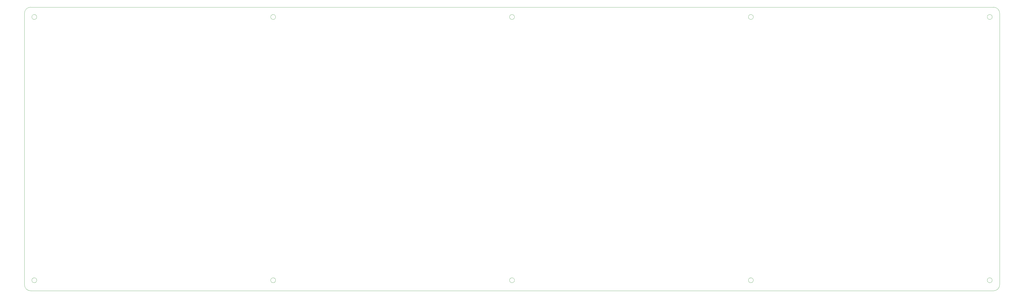
<source format=gbr>
%TF.GenerationSoftware,KiCad,Pcbnew,5.1.10-88a1d61d58~88~ubuntu21.04.1*%
%TF.CreationDate,2021-06-04T00:06:50+02:00*%
%TF.ProjectId,southpawcase,736f7574-6870-4617-9763-6173652e6b69,rev?*%
%TF.SameCoordinates,Original*%
%TF.FileFunction,Paste,Bot*%
%TF.FilePolarity,Positive*%
%FSLAX46Y46*%
G04 Gerber Fmt 4.6, Leading zero omitted, Abs format (unit mm)*
G04 Created by KiCad (PCBNEW 5.1.10-88a1d61d58~88~ubuntu21.04.1) date 2021-06-04 00:06:50*
%MOMM*%
%LPD*%
G01*
G04 APERTURE LIST*
%TA.AperFunction,Profile*%
%ADD10C,0.050000*%
%TD*%
G04 APERTURE END LIST*
D10*
X27687000Y-94428000D02*
G75*
G03*
X27687000Y-94428000I-950000J0D01*
G01*
X27687000Y-196078000D02*
G75*
G03*
X27687000Y-196078000I-950000J0D01*
G01*
X211987000Y-94428000D02*
G75*
G03*
X211987000Y-94428000I-950000J0D01*
G01*
X119837000Y-94428000D02*
G75*
G03*
X119837000Y-94428000I-950000J0D01*
G01*
X304137000Y-94428000D02*
G75*
G03*
X304137000Y-94428000I-950000J0D01*
G01*
X119837000Y-196078000D02*
G75*
G03*
X119837000Y-196078000I-950000J0D01*
G01*
X211987000Y-196078000D02*
G75*
G03*
X211987000Y-196078000I-950000J0D01*
G01*
X304137000Y-196078000D02*
G75*
G03*
X304137000Y-196078000I-950000J0D01*
G01*
X25318250Y-90628000D02*
X387268250Y-90628000D01*
X387268250Y-200165500D02*
X25318250Y-200165500D01*
X22937000Y-93009250D02*
G75*
G02*
X25318250Y-90628000I2381250J0D01*
G01*
X25318250Y-200165500D02*
G75*
G02*
X22937000Y-197784250I0J2381250D01*
G01*
X399174500Y-197784250D02*
G75*
G02*
X396793250Y-200165500I-2381250J0D01*
G01*
X396793250Y-90628000D02*
G75*
G02*
X399174500Y-93009250I0J-2381250D01*
G01*
X387268250Y-200165500D02*
X394412000Y-200165500D01*
X387268250Y-90628000D02*
X394412000Y-90628000D01*
X394412000Y-90628000D02*
X396793250Y-90628000D01*
X394412000Y-200165500D02*
X396793250Y-200165500D01*
X22937000Y-197784250D02*
X22937000Y-93009250D01*
X399174500Y-93009250D02*
X399174500Y-197784250D01*
X396287000Y-196078000D02*
G75*
G03*
X396287000Y-196078000I-950000J0D01*
G01*
X396287000Y-94428000D02*
G75*
G03*
X396287000Y-94428000I-950000J0D01*
G01*
M02*

</source>
